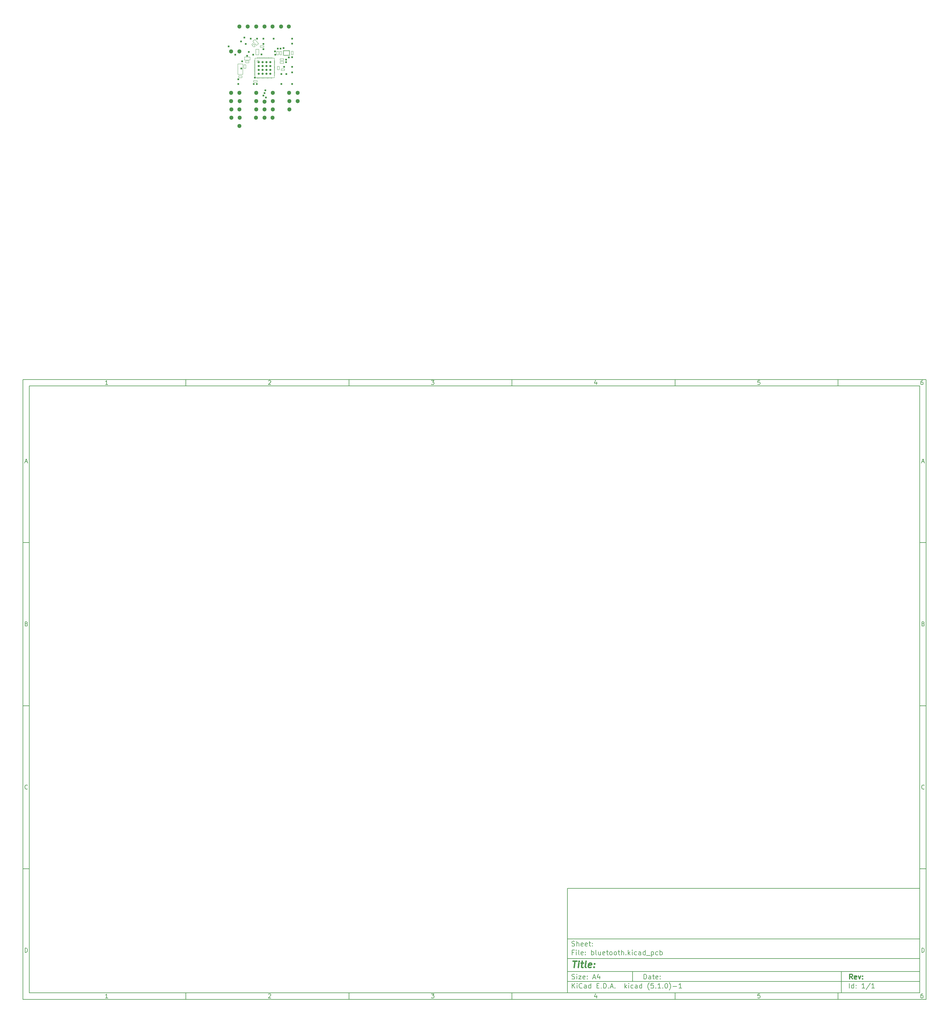
<source format=gbr>
G04 #@! TF.GenerationSoftware,KiCad,Pcbnew,(5.1.0)-1*
G04 #@! TF.CreationDate,2019-07-07T14:12:53+03:00*
G04 #@! TF.ProjectId,bluetooth,626c7565-746f-46f7-9468-2e6b69636164,rev?*
G04 #@! TF.SameCoordinates,Original*
G04 #@! TF.FileFunction,Copper,L8,Inr*
G04 #@! TF.FilePolarity,Positive*
%FSLAX46Y46*%
G04 Gerber Fmt 4.6, Leading zero omitted, Abs format (unit mm)*
G04 Created by KiCad (PCBNEW (5.1.0)-1) date 2019-07-07 14:12:53*
%MOMM*%
%LPD*%
G04 APERTURE LIST*
%ADD10C,0.100000*%
%ADD11C,0.150000*%
%ADD12C,0.300000*%
%ADD13C,0.400000*%
G04 #@! TA.AperFunction,ViaPad*
%ADD14C,1.300000*%
G04 #@! TD*
G04 #@! TA.AperFunction,ViaPad*
%ADD15C,0.609600*%
G04 #@! TD*
G04 #@! TA.AperFunction,ViaPad*
%ADD16C,0.660000*%
G04 #@! TD*
G04 #@! TA.AperFunction,Conductor*
%ADD17C,0.100000*%
G04 #@! TD*
G04 APERTURE END LIST*
D10*
D11*
X177002200Y-166007200D02*
X177002200Y-198007200D01*
X285002200Y-198007200D01*
X285002200Y-166007200D01*
X177002200Y-166007200D01*
D10*
D11*
X10000000Y-10000000D02*
X10000000Y-200007200D01*
X287002200Y-200007200D01*
X287002200Y-10000000D01*
X10000000Y-10000000D01*
D10*
D11*
X12000000Y-12000000D02*
X12000000Y-198007200D01*
X285002200Y-198007200D01*
X285002200Y-12000000D01*
X12000000Y-12000000D01*
D10*
D11*
X60000000Y-12000000D02*
X60000000Y-10000000D01*
D10*
D11*
X110000000Y-12000000D02*
X110000000Y-10000000D01*
D10*
D11*
X160000000Y-12000000D02*
X160000000Y-10000000D01*
D10*
D11*
X210000000Y-12000000D02*
X210000000Y-10000000D01*
D10*
D11*
X260000000Y-12000000D02*
X260000000Y-10000000D01*
D10*
D11*
X36065476Y-11588095D02*
X35322619Y-11588095D01*
X35694047Y-11588095D02*
X35694047Y-10288095D01*
X35570238Y-10473809D01*
X35446428Y-10597619D01*
X35322619Y-10659523D01*
D10*
D11*
X85322619Y-10411904D02*
X85384523Y-10350000D01*
X85508333Y-10288095D01*
X85817857Y-10288095D01*
X85941666Y-10350000D01*
X86003571Y-10411904D01*
X86065476Y-10535714D01*
X86065476Y-10659523D01*
X86003571Y-10845238D01*
X85260714Y-11588095D01*
X86065476Y-11588095D01*
D10*
D11*
X135260714Y-10288095D02*
X136065476Y-10288095D01*
X135632142Y-10783333D01*
X135817857Y-10783333D01*
X135941666Y-10845238D01*
X136003571Y-10907142D01*
X136065476Y-11030952D01*
X136065476Y-11340476D01*
X136003571Y-11464285D01*
X135941666Y-11526190D01*
X135817857Y-11588095D01*
X135446428Y-11588095D01*
X135322619Y-11526190D01*
X135260714Y-11464285D01*
D10*
D11*
X185941666Y-10721428D02*
X185941666Y-11588095D01*
X185632142Y-10226190D02*
X185322619Y-11154761D01*
X186127380Y-11154761D01*
D10*
D11*
X236003571Y-10288095D02*
X235384523Y-10288095D01*
X235322619Y-10907142D01*
X235384523Y-10845238D01*
X235508333Y-10783333D01*
X235817857Y-10783333D01*
X235941666Y-10845238D01*
X236003571Y-10907142D01*
X236065476Y-11030952D01*
X236065476Y-11340476D01*
X236003571Y-11464285D01*
X235941666Y-11526190D01*
X235817857Y-11588095D01*
X235508333Y-11588095D01*
X235384523Y-11526190D01*
X235322619Y-11464285D01*
D10*
D11*
X285941666Y-10288095D02*
X285694047Y-10288095D01*
X285570238Y-10350000D01*
X285508333Y-10411904D01*
X285384523Y-10597619D01*
X285322619Y-10845238D01*
X285322619Y-11340476D01*
X285384523Y-11464285D01*
X285446428Y-11526190D01*
X285570238Y-11588095D01*
X285817857Y-11588095D01*
X285941666Y-11526190D01*
X286003571Y-11464285D01*
X286065476Y-11340476D01*
X286065476Y-11030952D01*
X286003571Y-10907142D01*
X285941666Y-10845238D01*
X285817857Y-10783333D01*
X285570238Y-10783333D01*
X285446428Y-10845238D01*
X285384523Y-10907142D01*
X285322619Y-11030952D01*
D10*
D11*
X60000000Y-198007200D02*
X60000000Y-200007200D01*
D10*
D11*
X110000000Y-198007200D02*
X110000000Y-200007200D01*
D10*
D11*
X160000000Y-198007200D02*
X160000000Y-200007200D01*
D10*
D11*
X210000000Y-198007200D02*
X210000000Y-200007200D01*
D10*
D11*
X260000000Y-198007200D02*
X260000000Y-200007200D01*
D10*
D11*
X36065476Y-199595295D02*
X35322619Y-199595295D01*
X35694047Y-199595295D02*
X35694047Y-198295295D01*
X35570238Y-198481009D01*
X35446428Y-198604819D01*
X35322619Y-198666723D01*
D10*
D11*
X85322619Y-198419104D02*
X85384523Y-198357200D01*
X85508333Y-198295295D01*
X85817857Y-198295295D01*
X85941666Y-198357200D01*
X86003571Y-198419104D01*
X86065476Y-198542914D01*
X86065476Y-198666723D01*
X86003571Y-198852438D01*
X85260714Y-199595295D01*
X86065476Y-199595295D01*
D10*
D11*
X135260714Y-198295295D02*
X136065476Y-198295295D01*
X135632142Y-198790533D01*
X135817857Y-198790533D01*
X135941666Y-198852438D01*
X136003571Y-198914342D01*
X136065476Y-199038152D01*
X136065476Y-199347676D01*
X136003571Y-199471485D01*
X135941666Y-199533390D01*
X135817857Y-199595295D01*
X135446428Y-199595295D01*
X135322619Y-199533390D01*
X135260714Y-199471485D01*
D10*
D11*
X185941666Y-198728628D02*
X185941666Y-199595295D01*
X185632142Y-198233390D02*
X185322619Y-199161961D01*
X186127380Y-199161961D01*
D10*
D11*
X236003571Y-198295295D02*
X235384523Y-198295295D01*
X235322619Y-198914342D01*
X235384523Y-198852438D01*
X235508333Y-198790533D01*
X235817857Y-198790533D01*
X235941666Y-198852438D01*
X236003571Y-198914342D01*
X236065476Y-199038152D01*
X236065476Y-199347676D01*
X236003571Y-199471485D01*
X235941666Y-199533390D01*
X235817857Y-199595295D01*
X235508333Y-199595295D01*
X235384523Y-199533390D01*
X235322619Y-199471485D01*
D10*
D11*
X285941666Y-198295295D02*
X285694047Y-198295295D01*
X285570238Y-198357200D01*
X285508333Y-198419104D01*
X285384523Y-198604819D01*
X285322619Y-198852438D01*
X285322619Y-199347676D01*
X285384523Y-199471485D01*
X285446428Y-199533390D01*
X285570238Y-199595295D01*
X285817857Y-199595295D01*
X285941666Y-199533390D01*
X286003571Y-199471485D01*
X286065476Y-199347676D01*
X286065476Y-199038152D01*
X286003571Y-198914342D01*
X285941666Y-198852438D01*
X285817857Y-198790533D01*
X285570238Y-198790533D01*
X285446428Y-198852438D01*
X285384523Y-198914342D01*
X285322619Y-199038152D01*
D10*
D11*
X10000000Y-60000000D02*
X12000000Y-60000000D01*
D10*
D11*
X10000000Y-110000000D02*
X12000000Y-110000000D01*
D10*
D11*
X10000000Y-160000000D02*
X12000000Y-160000000D01*
D10*
D11*
X10690476Y-35216666D02*
X11309523Y-35216666D01*
X10566666Y-35588095D02*
X11000000Y-34288095D01*
X11433333Y-35588095D01*
D10*
D11*
X11092857Y-84907142D02*
X11278571Y-84969047D01*
X11340476Y-85030952D01*
X11402380Y-85154761D01*
X11402380Y-85340476D01*
X11340476Y-85464285D01*
X11278571Y-85526190D01*
X11154761Y-85588095D01*
X10659523Y-85588095D01*
X10659523Y-84288095D01*
X11092857Y-84288095D01*
X11216666Y-84350000D01*
X11278571Y-84411904D01*
X11340476Y-84535714D01*
X11340476Y-84659523D01*
X11278571Y-84783333D01*
X11216666Y-84845238D01*
X11092857Y-84907142D01*
X10659523Y-84907142D01*
D10*
D11*
X11402380Y-135464285D02*
X11340476Y-135526190D01*
X11154761Y-135588095D01*
X11030952Y-135588095D01*
X10845238Y-135526190D01*
X10721428Y-135402380D01*
X10659523Y-135278571D01*
X10597619Y-135030952D01*
X10597619Y-134845238D01*
X10659523Y-134597619D01*
X10721428Y-134473809D01*
X10845238Y-134350000D01*
X11030952Y-134288095D01*
X11154761Y-134288095D01*
X11340476Y-134350000D01*
X11402380Y-134411904D01*
D10*
D11*
X10659523Y-185588095D02*
X10659523Y-184288095D01*
X10969047Y-184288095D01*
X11154761Y-184350000D01*
X11278571Y-184473809D01*
X11340476Y-184597619D01*
X11402380Y-184845238D01*
X11402380Y-185030952D01*
X11340476Y-185278571D01*
X11278571Y-185402380D01*
X11154761Y-185526190D01*
X10969047Y-185588095D01*
X10659523Y-185588095D01*
D10*
D11*
X287002200Y-60000000D02*
X285002200Y-60000000D01*
D10*
D11*
X287002200Y-110000000D02*
X285002200Y-110000000D01*
D10*
D11*
X287002200Y-160000000D02*
X285002200Y-160000000D01*
D10*
D11*
X285692676Y-35216666D02*
X286311723Y-35216666D01*
X285568866Y-35588095D02*
X286002200Y-34288095D01*
X286435533Y-35588095D01*
D10*
D11*
X286095057Y-84907142D02*
X286280771Y-84969047D01*
X286342676Y-85030952D01*
X286404580Y-85154761D01*
X286404580Y-85340476D01*
X286342676Y-85464285D01*
X286280771Y-85526190D01*
X286156961Y-85588095D01*
X285661723Y-85588095D01*
X285661723Y-84288095D01*
X286095057Y-84288095D01*
X286218866Y-84350000D01*
X286280771Y-84411904D01*
X286342676Y-84535714D01*
X286342676Y-84659523D01*
X286280771Y-84783333D01*
X286218866Y-84845238D01*
X286095057Y-84907142D01*
X285661723Y-84907142D01*
D10*
D11*
X286404580Y-135464285D02*
X286342676Y-135526190D01*
X286156961Y-135588095D01*
X286033152Y-135588095D01*
X285847438Y-135526190D01*
X285723628Y-135402380D01*
X285661723Y-135278571D01*
X285599819Y-135030952D01*
X285599819Y-134845238D01*
X285661723Y-134597619D01*
X285723628Y-134473809D01*
X285847438Y-134350000D01*
X286033152Y-134288095D01*
X286156961Y-134288095D01*
X286342676Y-134350000D01*
X286404580Y-134411904D01*
D10*
D11*
X285661723Y-185588095D02*
X285661723Y-184288095D01*
X285971247Y-184288095D01*
X286156961Y-184350000D01*
X286280771Y-184473809D01*
X286342676Y-184597619D01*
X286404580Y-184845238D01*
X286404580Y-185030952D01*
X286342676Y-185278571D01*
X286280771Y-185402380D01*
X286156961Y-185526190D01*
X285971247Y-185588095D01*
X285661723Y-185588095D01*
D10*
D11*
X200434342Y-193785771D02*
X200434342Y-192285771D01*
X200791485Y-192285771D01*
X201005771Y-192357200D01*
X201148628Y-192500057D01*
X201220057Y-192642914D01*
X201291485Y-192928628D01*
X201291485Y-193142914D01*
X201220057Y-193428628D01*
X201148628Y-193571485D01*
X201005771Y-193714342D01*
X200791485Y-193785771D01*
X200434342Y-193785771D01*
X202577200Y-193785771D02*
X202577200Y-193000057D01*
X202505771Y-192857200D01*
X202362914Y-192785771D01*
X202077200Y-192785771D01*
X201934342Y-192857200D01*
X202577200Y-193714342D02*
X202434342Y-193785771D01*
X202077200Y-193785771D01*
X201934342Y-193714342D01*
X201862914Y-193571485D01*
X201862914Y-193428628D01*
X201934342Y-193285771D01*
X202077200Y-193214342D01*
X202434342Y-193214342D01*
X202577200Y-193142914D01*
X203077200Y-192785771D02*
X203648628Y-192785771D01*
X203291485Y-192285771D02*
X203291485Y-193571485D01*
X203362914Y-193714342D01*
X203505771Y-193785771D01*
X203648628Y-193785771D01*
X204720057Y-193714342D02*
X204577200Y-193785771D01*
X204291485Y-193785771D01*
X204148628Y-193714342D01*
X204077200Y-193571485D01*
X204077200Y-193000057D01*
X204148628Y-192857200D01*
X204291485Y-192785771D01*
X204577200Y-192785771D01*
X204720057Y-192857200D01*
X204791485Y-193000057D01*
X204791485Y-193142914D01*
X204077200Y-193285771D01*
X205434342Y-193642914D02*
X205505771Y-193714342D01*
X205434342Y-193785771D01*
X205362914Y-193714342D01*
X205434342Y-193642914D01*
X205434342Y-193785771D01*
X205434342Y-192857200D02*
X205505771Y-192928628D01*
X205434342Y-193000057D01*
X205362914Y-192928628D01*
X205434342Y-192857200D01*
X205434342Y-193000057D01*
D10*
D11*
X177002200Y-194507200D02*
X285002200Y-194507200D01*
D10*
D11*
X178434342Y-196585771D02*
X178434342Y-195085771D01*
X179291485Y-196585771D02*
X178648628Y-195728628D01*
X179291485Y-195085771D02*
X178434342Y-195942914D01*
X179934342Y-196585771D02*
X179934342Y-195585771D01*
X179934342Y-195085771D02*
X179862914Y-195157200D01*
X179934342Y-195228628D01*
X180005771Y-195157200D01*
X179934342Y-195085771D01*
X179934342Y-195228628D01*
X181505771Y-196442914D02*
X181434342Y-196514342D01*
X181220057Y-196585771D01*
X181077200Y-196585771D01*
X180862914Y-196514342D01*
X180720057Y-196371485D01*
X180648628Y-196228628D01*
X180577200Y-195942914D01*
X180577200Y-195728628D01*
X180648628Y-195442914D01*
X180720057Y-195300057D01*
X180862914Y-195157200D01*
X181077200Y-195085771D01*
X181220057Y-195085771D01*
X181434342Y-195157200D01*
X181505771Y-195228628D01*
X182791485Y-196585771D02*
X182791485Y-195800057D01*
X182720057Y-195657200D01*
X182577200Y-195585771D01*
X182291485Y-195585771D01*
X182148628Y-195657200D01*
X182791485Y-196514342D02*
X182648628Y-196585771D01*
X182291485Y-196585771D01*
X182148628Y-196514342D01*
X182077200Y-196371485D01*
X182077200Y-196228628D01*
X182148628Y-196085771D01*
X182291485Y-196014342D01*
X182648628Y-196014342D01*
X182791485Y-195942914D01*
X184148628Y-196585771D02*
X184148628Y-195085771D01*
X184148628Y-196514342D02*
X184005771Y-196585771D01*
X183720057Y-196585771D01*
X183577200Y-196514342D01*
X183505771Y-196442914D01*
X183434342Y-196300057D01*
X183434342Y-195871485D01*
X183505771Y-195728628D01*
X183577200Y-195657200D01*
X183720057Y-195585771D01*
X184005771Y-195585771D01*
X184148628Y-195657200D01*
X186005771Y-195800057D02*
X186505771Y-195800057D01*
X186720057Y-196585771D02*
X186005771Y-196585771D01*
X186005771Y-195085771D01*
X186720057Y-195085771D01*
X187362914Y-196442914D02*
X187434342Y-196514342D01*
X187362914Y-196585771D01*
X187291485Y-196514342D01*
X187362914Y-196442914D01*
X187362914Y-196585771D01*
X188077200Y-196585771D02*
X188077200Y-195085771D01*
X188434342Y-195085771D01*
X188648628Y-195157200D01*
X188791485Y-195300057D01*
X188862914Y-195442914D01*
X188934342Y-195728628D01*
X188934342Y-195942914D01*
X188862914Y-196228628D01*
X188791485Y-196371485D01*
X188648628Y-196514342D01*
X188434342Y-196585771D01*
X188077200Y-196585771D01*
X189577200Y-196442914D02*
X189648628Y-196514342D01*
X189577200Y-196585771D01*
X189505771Y-196514342D01*
X189577200Y-196442914D01*
X189577200Y-196585771D01*
X190220057Y-196157200D02*
X190934342Y-196157200D01*
X190077200Y-196585771D02*
X190577200Y-195085771D01*
X191077200Y-196585771D01*
X191577200Y-196442914D02*
X191648628Y-196514342D01*
X191577200Y-196585771D01*
X191505771Y-196514342D01*
X191577200Y-196442914D01*
X191577200Y-196585771D01*
X194577200Y-196585771D02*
X194577200Y-195085771D01*
X194720057Y-196014342D02*
X195148628Y-196585771D01*
X195148628Y-195585771D02*
X194577200Y-196157200D01*
X195791485Y-196585771D02*
X195791485Y-195585771D01*
X195791485Y-195085771D02*
X195720057Y-195157200D01*
X195791485Y-195228628D01*
X195862914Y-195157200D01*
X195791485Y-195085771D01*
X195791485Y-195228628D01*
X197148628Y-196514342D02*
X197005771Y-196585771D01*
X196720057Y-196585771D01*
X196577200Y-196514342D01*
X196505771Y-196442914D01*
X196434342Y-196300057D01*
X196434342Y-195871485D01*
X196505771Y-195728628D01*
X196577200Y-195657200D01*
X196720057Y-195585771D01*
X197005771Y-195585771D01*
X197148628Y-195657200D01*
X198434342Y-196585771D02*
X198434342Y-195800057D01*
X198362914Y-195657200D01*
X198220057Y-195585771D01*
X197934342Y-195585771D01*
X197791485Y-195657200D01*
X198434342Y-196514342D02*
X198291485Y-196585771D01*
X197934342Y-196585771D01*
X197791485Y-196514342D01*
X197720057Y-196371485D01*
X197720057Y-196228628D01*
X197791485Y-196085771D01*
X197934342Y-196014342D01*
X198291485Y-196014342D01*
X198434342Y-195942914D01*
X199791485Y-196585771D02*
X199791485Y-195085771D01*
X199791485Y-196514342D02*
X199648628Y-196585771D01*
X199362914Y-196585771D01*
X199220057Y-196514342D01*
X199148628Y-196442914D01*
X199077200Y-196300057D01*
X199077200Y-195871485D01*
X199148628Y-195728628D01*
X199220057Y-195657200D01*
X199362914Y-195585771D01*
X199648628Y-195585771D01*
X199791485Y-195657200D01*
X202077200Y-197157200D02*
X202005771Y-197085771D01*
X201862914Y-196871485D01*
X201791485Y-196728628D01*
X201720057Y-196514342D01*
X201648628Y-196157200D01*
X201648628Y-195871485D01*
X201720057Y-195514342D01*
X201791485Y-195300057D01*
X201862914Y-195157200D01*
X202005771Y-194942914D01*
X202077200Y-194871485D01*
X203362914Y-195085771D02*
X202648628Y-195085771D01*
X202577200Y-195800057D01*
X202648628Y-195728628D01*
X202791485Y-195657200D01*
X203148628Y-195657200D01*
X203291485Y-195728628D01*
X203362914Y-195800057D01*
X203434342Y-195942914D01*
X203434342Y-196300057D01*
X203362914Y-196442914D01*
X203291485Y-196514342D01*
X203148628Y-196585771D01*
X202791485Y-196585771D01*
X202648628Y-196514342D01*
X202577200Y-196442914D01*
X204077200Y-196442914D02*
X204148628Y-196514342D01*
X204077200Y-196585771D01*
X204005771Y-196514342D01*
X204077200Y-196442914D01*
X204077200Y-196585771D01*
X205577200Y-196585771D02*
X204720057Y-196585771D01*
X205148628Y-196585771D02*
X205148628Y-195085771D01*
X205005771Y-195300057D01*
X204862914Y-195442914D01*
X204720057Y-195514342D01*
X206220057Y-196442914D02*
X206291485Y-196514342D01*
X206220057Y-196585771D01*
X206148628Y-196514342D01*
X206220057Y-196442914D01*
X206220057Y-196585771D01*
X207220057Y-195085771D02*
X207362914Y-195085771D01*
X207505771Y-195157200D01*
X207577200Y-195228628D01*
X207648628Y-195371485D01*
X207720057Y-195657200D01*
X207720057Y-196014342D01*
X207648628Y-196300057D01*
X207577200Y-196442914D01*
X207505771Y-196514342D01*
X207362914Y-196585771D01*
X207220057Y-196585771D01*
X207077200Y-196514342D01*
X207005771Y-196442914D01*
X206934342Y-196300057D01*
X206862914Y-196014342D01*
X206862914Y-195657200D01*
X206934342Y-195371485D01*
X207005771Y-195228628D01*
X207077200Y-195157200D01*
X207220057Y-195085771D01*
X208220057Y-197157200D02*
X208291485Y-197085771D01*
X208434342Y-196871485D01*
X208505771Y-196728628D01*
X208577200Y-196514342D01*
X208648628Y-196157200D01*
X208648628Y-195871485D01*
X208577200Y-195514342D01*
X208505771Y-195300057D01*
X208434342Y-195157200D01*
X208291485Y-194942914D01*
X208220057Y-194871485D01*
X209362914Y-196014342D02*
X210505771Y-196014342D01*
X212005771Y-196585771D02*
X211148628Y-196585771D01*
X211577200Y-196585771D02*
X211577200Y-195085771D01*
X211434342Y-195300057D01*
X211291485Y-195442914D01*
X211148628Y-195514342D01*
D10*
D11*
X177002200Y-191507200D02*
X285002200Y-191507200D01*
D10*
D12*
X264411485Y-193785771D02*
X263911485Y-193071485D01*
X263554342Y-193785771D02*
X263554342Y-192285771D01*
X264125771Y-192285771D01*
X264268628Y-192357200D01*
X264340057Y-192428628D01*
X264411485Y-192571485D01*
X264411485Y-192785771D01*
X264340057Y-192928628D01*
X264268628Y-193000057D01*
X264125771Y-193071485D01*
X263554342Y-193071485D01*
X265625771Y-193714342D02*
X265482914Y-193785771D01*
X265197200Y-193785771D01*
X265054342Y-193714342D01*
X264982914Y-193571485D01*
X264982914Y-193000057D01*
X265054342Y-192857200D01*
X265197200Y-192785771D01*
X265482914Y-192785771D01*
X265625771Y-192857200D01*
X265697200Y-193000057D01*
X265697200Y-193142914D01*
X264982914Y-193285771D01*
X266197200Y-192785771D02*
X266554342Y-193785771D01*
X266911485Y-192785771D01*
X267482914Y-193642914D02*
X267554342Y-193714342D01*
X267482914Y-193785771D01*
X267411485Y-193714342D01*
X267482914Y-193642914D01*
X267482914Y-193785771D01*
X267482914Y-192857200D02*
X267554342Y-192928628D01*
X267482914Y-193000057D01*
X267411485Y-192928628D01*
X267482914Y-192857200D01*
X267482914Y-193000057D01*
D10*
D11*
X178362914Y-193714342D02*
X178577200Y-193785771D01*
X178934342Y-193785771D01*
X179077200Y-193714342D01*
X179148628Y-193642914D01*
X179220057Y-193500057D01*
X179220057Y-193357200D01*
X179148628Y-193214342D01*
X179077200Y-193142914D01*
X178934342Y-193071485D01*
X178648628Y-193000057D01*
X178505771Y-192928628D01*
X178434342Y-192857200D01*
X178362914Y-192714342D01*
X178362914Y-192571485D01*
X178434342Y-192428628D01*
X178505771Y-192357200D01*
X178648628Y-192285771D01*
X179005771Y-192285771D01*
X179220057Y-192357200D01*
X179862914Y-193785771D02*
X179862914Y-192785771D01*
X179862914Y-192285771D02*
X179791485Y-192357200D01*
X179862914Y-192428628D01*
X179934342Y-192357200D01*
X179862914Y-192285771D01*
X179862914Y-192428628D01*
X180434342Y-192785771D02*
X181220057Y-192785771D01*
X180434342Y-193785771D01*
X181220057Y-193785771D01*
X182362914Y-193714342D02*
X182220057Y-193785771D01*
X181934342Y-193785771D01*
X181791485Y-193714342D01*
X181720057Y-193571485D01*
X181720057Y-193000057D01*
X181791485Y-192857200D01*
X181934342Y-192785771D01*
X182220057Y-192785771D01*
X182362914Y-192857200D01*
X182434342Y-193000057D01*
X182434342Y-193142914D01*
X181720057Y-193285771D01*
X183077200Y-193642914D02*
X183148628Y-193714342D01*
X183077200Y-193785771D01*
X183005771Y-193714342D01*
X183077200Y-193642914D01*
X183077200Y-193785771D01*
X183077200Y-192857200D02*
X183148628Y-192928628D01*
X183077200Y-193000057D01*
X183005771Y-192928628D01*
X183077200Y-192857200D01*
X183077200Y-193000057D01*
X184862914Y-193357200D02*
X185577200Y-193357200D01*
X184720057Y-193785771D02*
X185220057Y-192285771D01*
X185720057Y-193785771D01*
X186862914Y-192785771D02*
X186862914Y-193785771D01*
X186505771Y-192214342D02*
X186148628Y-193285771D01*
X187077200Y-193285771D01*
D10*
D11*
X263434342Y-196585771D02*
X263434342Y-195085771D01*
X264791485Y-196585771D02*
X264791485Y-195085771D01*
X264791485Y-196514342D02*
X264648628Y-196585771D01*
X264362914Y-196585771D01*
X264220057Y-196514342D01*
X264148628Y-196442914D01*
X264077200Y-196300057D01*
X264077200Y-195871485D01*
X264148628Y-195728628D01*
X264220057Y-195657200D01*
X264362914Y-195585771D01*
X264648628Y-195585771D01*
X264791485Y-195657200D01*
X265505771Y-196442914D02*
X265577200Y-196514342D01*
X265505771Y-196585771D01*
X265434342Y-196514342D01*
X265505771Y-196442914D01*
X265505771Y-196585771D01*
X265505771Y-195657200D02*
X265577200Y-195728628D01*
X265505771Y-195800057D01*
X265434342Y-195728628D01*
X265505771Y-195657200D01*
X265505771Y-195800057D01*
X268148628Y-196585771D02*
X267291485Y-196585771D01*
X267720057Y-196585771D02*
X267720057Y-195085771D01*
X267577200Y-195300057D01*
X267434342Y-195442914D01*
X267291485Y-195514342D01*
X269862914Y-195014342D02*
X268577200Y-196942914D01*
X271148628Y-196585771D02*
X270291485Y-196585771D01*
X270720057Y-196585771D02*
X270720057Y-195085771D01*
X270577200Y-195300057D01*
X270434342Y-195442914D01*
X270291485Y-195514342D01*
D10*
D11*
X177002200Y-187507200D02*
X285002200Y-187507200D01*
D10*
D13*
X178714580Y-188211961D02*
X179857438Y-188211961D01*
X179036009Y-190211961D02*
X179286009Y-188211961D01*
X180274104Y-190211961D02*
X180440771Y-188878628D01*
X180524104Y-188211961D02*
X180416961Y-188307200D01*
X180500295Y-188402438D01*
X180607438Y-188307200D01*
X180524104Y-188211961D01*
X180500295Y-188402438D01*
X181107438Y-188878628D02*
X181869342Y-188878628D01*
X181476485Y-188211961D02*
X181262200Y-189926247D01*
X181333628Y-190116723D01*
X181512200Y-190211961D01*
X181702676Y-190211961D01*
X182655057Y-190211961D02*
X182476485Y-190116723D01*
X182405057Y-189926247D01*
X182619342Y-188211961D01*
X184190771Y-190116723D02*
X183988390Y-190211961D01*
X183607438Y-190211961D01*
X183428866Y-190116723D01*
X183357438Y-189926247D01*
X183452676Y-189164342D01*
X183571723Y-188973866D01*
X183774104Y-188878628D01*
X184155057Y-188878628D01*
X184333628Y-188973866D01*
X184405057Y-189164342D01*
X184381247Y-189354819D01*
X183405057Y-189545295D01*
X185155057Y-190021485D02*
X185238390Y-190116723D01*
X185131247Y-190211961D01*
X185047914Y-190116723D01*
X185155057Y-190021485D01*
X185131247Y-190211961D01*
X185286009Y-188973866D02*
X185369342Y-189069104D01*
X185262200Y-189164342D01*
X185178866Y-189069104D01*
X185286009Y-188973866D01*
X185262200Y-189164342D01*
D10*
D11*
X178934342Y-185600057D02*
X178434342Y-185600057D01*
X178434342Y-186385771D02*
X178434342Y-184885771D01*
X179148628Y-184885771D01*
X179720057Y-186385771D02*
X179720057Y-185385771D01*
X179720057Y-184885771D02*
X179648628Y-184957200D01*
X179720057Y-185028628D01*
X179791485Y-184957200D01*
X179720057Y-184885771D01*
X179720057Y-185028628D01*
X180648628Y-186385771D02*
X180505771Y-186314342D01*
X180434342Y-186171485D01*
X180434342Y-184885771D01*
X181791485Y-186314342D02*
X181648628Y-186385771D01*
X181362914Y-186385771D01*
X181220057Y-186314342D01*
X181148628Y-186171485D01*
X181148628Y-185600057D01*
X181220057Y-185457200D01*
X181362914Y-185385771D01*
X181648628Y-185385771D01*
X181791485Y-185457200D01*
X181862914Y-185600057D01*
X181862914Y-185742914D01*
X181148628Y-185885771D01*
X182505771Y-186242914D02*
X182577200Y-186314342D01*
X182505771Y-186385771D01*
X182434342Y-186314342D01*
X182505771Y-186242914D01*
X182505771Y-186385771D01*
X182505771Y-185457200D02*
X182577200Y-185528628D01*
X182505771Y-185600057D01*
X182434342Y-185528628D01*
X182505771Y-185457200D01*
X182505771Y-185600057D01*
X184362914Y-186385771D02*
X184362914Y-184885771D01*
X184362914Y-185457200D02*
X184505771Y-185385771D01*
X184791485Y-185385771D01*
X184934342Y-185457200D01*
X185005771Y-185528628D01*
X185077200Y-185671485D01*
X185077200Y-186100057D01*
X185005771Y-186242914D01*
X184934342Y-186314342D01*
X184791485Y-186385771D01*
X184505771Y-186385771D01*
X184362914Y-186314342D01*
X185934342Y-186385771D02*
X185791485Y-186314342D01*
X185720057Y-186171485D01*
X185720057Y-184885771D01*
X187148628Y-185385771D02*
X187148628Y-186385771D01*
X186505771Y-185385771D02*
X186505771Y-186171485D01*
X186577200Y-186314342D01*
X186720057Y-186385771D01*
X186934342Y-186385771D01*
X187077200Y-186314342D01*
X187148628Y-186242914D01*
X188434342Y-186314342D02*
X188291485Y-186385771D01*
X188005771Y-186385771D01*
X187862914Y-186314342D01*
X187791485Y-186171485D01*
X187791485Y-185600057D01*
X187862914Y-185457200D01*
X188005771Y-185385771D01*
X188291485Y-185385771D01*
X188434342Y-185457200D01*
X188505771Y-185600057D01*
X188505771Y-185742914D01*
X187791485Y-185885771D01*
X188934342Y-185385771D02*
X189505771Y-185385771D01*
X189148628Y-184885771D02*
X189148628Y-186171485D01*
X189220057Y-186314342D01*
X189362914Y-186385771D01*
X189505771Y-186385771D01*
X190220057Y-186385771D02*
X190077200Y-186314342D01*
X190005771Y-186242914D01*
X189934342Y-186100057D01*
X189934342Y-185671485D01*
X190005771Y-185528628D01*
X190077200Y-185457200D01*
X190220057Y-185385771D01*
X190434342Y-185385771D01*
X190577200Y-185457200D01*
X190648628Y-185528628D01*
X190720057Y-185671485D01*
X190720057Y-186100057D01*
X190648628Y-186242914D01*
X190577200Y-186314342D01*
X190434342Y-186385771D01*
X190220057Y-186385771D01*
X191577200Y-186385771D02*
X191434342Y-186314342D01*
X191362914Y-186242914D01*
X191291485Y-186100057D01*
X191291485Y-185671485D01*
X191362914Y-185528628D01*
X191434342Y-185457200D01*
X191577200Y-185385771D01*
X191791485Y-185385771D01*
X191934342Y-185457200D01*
X192005771Y-185528628D01*
X192077200Y-185671485D01*
X192077200Y-186100057D01*
X192005771Y-186242914D01*
X191934342Y-186314342D01*
X191791485Y-186385771D01*
X191577200Y-186385771D01*
X192505771Y-185385771D02*
X193077200Y-185385771D01*
X192720057Y-184885771D02*
X192720057Y-186171485D01*
X192791485Y-186314342D01*
X192934342Y-186385771D01*
X193077200Y-186385771D01*
X193577200Y-186385771D02*
X193577200Y-184885771D01*
X194220057Y-186385771D02*
X194220057Y-185600057D01*
X194148628Y-185457200D01*
X194005771Y-185385771D01*
X193791485Y-185385771D01*
X193648628Y-185457200D01*
X193577200Y-185528628D01*
X194934342Y-186242914D02*
X195005771Y-186314342D01*
X194934342Y-186385771D01*
X194862914Y-186314342D01*
X194934342Y-186242914D01*
X194934342Y-186385771D01*
X195648628Y-186385771D02*
X195648628Y-184885771D01*
X195791485Y-185814342D02*
X196220057Y-186385771D01*
X196220057Y-185385771D02*
X195648628Y-185957200D01*
X196862914Y-186385771D02*
X196862914Y-185385771D01*
X196862914Y-184885771D02*
X196791485Y-184957200D01*
X196862914Y-185028628D01*
X196934342Y-184957200D01*
X196862914Y-184885771D01*
X196862914Y-185028628D01*
X198220057Y-186314342D02*
X198077200Y-186385771D01*
X197791485Y-186385771D01*
X197648628Y-186314342D01*
X197577200Y-186242914D01*
X197505771Y-186100057D01*
X197505771Y-185671485D01*
X197577200Y-185528628D01*
X197648628Y-185457200D01*
X197791485Y-185385771D01*
X198077200Y-185385771D01*
X198220057Y-185457200D01*
X199505771Y-186385771D02*
X199505771Y-185600057D01*
X199434342Y-185457200D01*
X199291485Y-185385771D01*
X199005771Y-185385771D01*
X198862914Y-185457200D01*
X199505771Y-186314342D02*
X199362914Y-186385771D01*
X199005771Y-186385771D01*
X198862914Y-186314342D01*
X198791485Y-186171485D01*
X198791485Y-186028628D01*
X198862914Y-185885771D01*
X199005771Y-185814342D01*
X199362914Y-185814342D01*
X199505771Y-185742914D01*
X200862914Y-186385771D02*
X200862914Y-184885771D01*
X200862914Y-186314342D02*
X200720057Y-186385771D01*
X200434342Y-186385771D01*
X200291485Y-186314342D01*
X200220057Y-186242914D01*
X200148628Y-186100057D01*
X200148628Y-185671485D01*
X200220057Y-185528628D01*
X200291485Y-185457200D01*
X200434342Y-185385771D01*
X200720057Y-185385771D01*
X200862914Y-185457200D01*
X201220057Y-186528628D02*
X202362914Y-186528628D01*
X202720057Y-185385771D02*
X202720057Y-186885771D01*
X202720057Y-185457200D02*
X202862914Y-185385771D01*
X203148628Y-185385771D01*
X203291485Y-185457200D01*
X203362914Y-185528628D01*
X203434342Y-185671485D01*
X203434342Y-186100057D01*
X203362914Y-186242914D01*
X203291485Y-186314342D01*
X203148628Y-186385771D01*
X202862914Y-186385771D01*
X202720057Y-186314342D01*
X204720057Y-186314342D02*
X204577200Y-186385771D01*
X204291485Y-186385771D01*
X204148628Y-186314342D01*
X204077200Y-186242914D01*
X204005771Y-186100057D01*
X204005771Y-185671485D01*
X204077200Y-185528628D01*
X204148628Y-185457200D01*
X204291485Y-185385771D01*
X204577200Y-185385771D01*
X204720057Y-185457200D01*
X205362914Y-186385771D02*
X205362914Y-184885771D01*
X205362914Y-185457200D02*
X205505771Y-185385771D01*
X205791485Y-185385771D01*
X205934342Y-185457200D01*
X206005771Y-185528628D01*
X206077200Y-185671485D01*
X206077200Y-186100057D01*
X206005771Y-186242914D01*
X205934342Y-186314342D01*
X205791485Y-186385771D01*
X205505771Y-186385771D01*
X205362914Y-186314342D01*
D10*
D11*
X177002200Y-181507200D02*
X285002200Y-181507200D01*
D10*
D11*
X178362914Y-183614342D02*
X178577200Y-183685771D01*
X178934342Y-183685771D01*
X179077200Y-183614342D01*
X179148628Y-183542914D01*
X179220057Y-183400057D01*
X179220057Y-183257200D01*
X179148628Y-183114342D01*
X179077200Y-183042914D01*
X178934342Y-182971485D01*
X178648628Y-182900057D01*
X178505771Y-182828628D01*
X178434342Y-182757200D01*
X178362914Y-182614342D01*
X178362914Y-182471485D01*
X178434342Y-182328628D01*
X178505771Y-182257200D01*
X178648628Y-182185771D01*
X179005771Y-182185771D01*
X179220057Y-182257200D01*
X179862914Y-183685771D02*
X179862914Y-182185771D01*
X180505771Y-183685771D02*
X180505771Y-182900057D01*
X180434342Y-182757200D01*
X180291485Y-182685771D01*
X180077200Y-182685771D01*
X179934342Y-182757200D01*
X179862914Y-182828628D01*
X181791485Y-183614342D02*
X181648628Y-183685771D01*
X181362914Y-183685771D01*
X181220057Y-183614342D01*
X181148628Y-183471485D01*
X181148628Y-182900057D01*
X181220057Y-182757200D01*
X181362914Y-182685771D01*
X181648628Y-182685771D01*
X181791485Y-182757200D01*
X181862914Y-182900057D01*
X181862914Y-183042914D01*
X181148628Y-183185771D01*
X183077200Y-183614342D02*
X182934342Y-183685771D01*
X182648628Y-183685771D01*
X182505771Y-183614342D01*
X182434342Y-183471485D01*
X182434342Y-182900057D01*
X182505771Y-182757200D01*
X182648628Y-182685771D01*
X182934342Y-182685771D01*
X183077200Y-182757200D01*
X183148628Y-182900057D01*
X183148628Y-183042914D01*
X182434342Y-183185771D01*
X183577200Y-182685771D02*
X184148628Y-182685771D01*
X183791485Y-182185771D02*
X183791485Y-183471485D01*
X183862914Y-183614342D01*
X184005771Y-183685771D01*
X184148628Y-183685771D01*
X184648628Y-183542914D02*
X184720057Y-183614342D01*
X184648628Y-183685771D01*
X184577200Y-183614342D01*
X184648628Y-183542914D01*
X184648628Y-183685771D01*
X184648628Y-182757200D02*
X184720057Y-182828628D01*
X184648628Y-182900057D01*
X184577200Y-182828628D01*
X184648628Y-182757200D01*
X184648628Y-182900057D01*
D10*
D11*
X197002200Y-191507200D02*
X197002200Y-194507200D01*
D10*
D11*
X261002200Y-191507200D02*
X261002200Y-198007200D01*
D10*
X85836820Y88562560D02*
G75*
G02X86027320Y88562560I95250J0D01*
G01*
X85436820Y88562560D02*
G75*
G02X85627320Y88562560I95250J0D01*
G01*
X85036820Y88562560D02*
G75*
G02X85227320Y88562560I95250J0D01*
G01*
X84636820Y88562570D02*
G75*
G02X84827320Y88562570I95250J0D01*
G01*
X84236820Y88562560D02*
G75*
G02X84427320Y88562560I95250J0D01*
G01*
X83836820Y88562570D02*
G75*
G02X84027320Y88562570I95250J0D01*
G01*
X83436820Y88562570D02*
G75*
G02X83627320Y88562570I95250J0D01*
G01*
X83036820Y88562570D02*
G75*
G02X83227320Y88562570I95250J0D01*
G01*
X82636820Y88562560D02*
G75*
G02X82827320Y88562560I95250J0D01*
G01*
X82236820Y88562560D02*
G75*
G02X82427320Y88562560I95250J0D01*
G01*
X81836820Y88562560D02*
G75*
G02X82027320Y88562560I95250J0D01*
G01*
X86236820Y88562560D02*
G75*
G02X86427320Y88562560I95250J0D01*
G01*
X87176880Y83760730D02*
G75*
G02X87176880Y83570230I0J-95250D01*
G01*
X87176880Y84160730D02*
G75*
G02X87176880Y83970230I0J-95250D01*
G01*
X87176880Y84560730D02*
G75*
G02X87176880Y84370230I0J-95250D01*
G01*
X87176880Y84960730D02*
G75*
G02X87176880Y84770230I0J-95250D01*
G01*
X87176880Y85360730D02*
G75*
G02X87176880Y85170230I0J-95250D01*
G01*
X87176880Y85760730D02*
G75*
G02X87176880Y85570230I0J-95250D01*
G01*
X87176880Y86160730D02*
G75*
G02X87176880Y85970230I0J-95250D01*
G01*
X87176880Y86560730D02*
G75*
G02X87176880Y86370230I0J-95250D01*
G01*
X87176880Y86960730D02*
G75*
G02X87176880Y86770230I0J-95250D01*
G01*
X87176880Y87360730D02*
G75*
G02X87176880Y87170230I0J-95250D01*
G01*
X87176880Y87760730D02*
G75*
G02X87176880Y87570230I0J-95250D01*
G01*
X87176880Y83360730D02*
G75*
G02X87176880Y83170230I0J-95250D01*
G01*
X82375050Y82420670D02*
G75*
G02X82184550Y82420670I-95250J0D01*
G01*
X82775050Y82420670D02*
G75*
G02X82584550Y82420670I-95250J0D01*
G01*
X83175050Y82420670D02*
G75*
G02X82984550Y82420670I-95250J0D01*
G01*
X83575050Y82420670D02*
G75*
G02X83384550Y82420670I-95250J0D01*
G01*
X83975050Y82420670D02*
G75*
G02X83784550Y82420670I-95250J0D01*
G01*
X84375050Y82420670D02*
G75*
G02X84184550Y82420670I-95250J0D01*
G01*
X84775050Y82420670D02*
G75*
G02X84584550Y82420670I-95250J0D01*
G01*
X85175050Y82420670D02*
G75*
G02X84984550Y82420670I-95250J0D01*
G01*
X85575050Y82420670D02*
G75*
G02X85384550Y82420670I-95250J0D01*
G01*
X85975050Y82420670D02*
G75*
G02X85784550Y82420670I-95250J0D01*
G01*
X86375050Y82420670D02*
G75*
G02X86184550Y82420670I-95250J0D01*
G01*
X81975050Y82420670D02*
G75*
G02X81784550Y82420670I-95250J0D01*
G01*
X82425730Y87491620D02*
G75*
G03X82425730Y87491620I-319790J0D01*
G01*
X81034990Y87622500D02*
G75*
G02X81034990Y87813000I0J95250D01*
G01*
X81034990Y83222510D02*
G75*
G02X81034990Y83413010I0J95250D01*
G01*
X81034990Y83622500D02*
G75*
G02X81034990Y83813000I0J95250D01*
G01*
X81034990Y84022500D02*
G75*
G02X81034990Y84213000I0J95250D01*
G01*
X81034990Y84422500D02*
G75*
G02X81034990Y84613000I0J95250D01*
G01*
X81034990Y84822500D02*
G75*
G02X81034990Y85013000I0J95250D01*
G01*
X81034990Y85222500D02*
G75*
G02X81034990Y85413000I0J95250D01*
G01*
X81034990Y85622500D02*
G75*
G02X81034990Y85813000I0J95250D01*
G01*
X81034990Y86022510D02*
G75*
G02X81034990Y86213010I0J95250D01*
G01*
X81034990Y86422500D02*
G75*
G02X81034990Y86613000I0J95250D01*
G01*
X81034990Y86822500D02*
G75*
G02X81034990Y87013000I0J95250D01*
G01*
X81034990Y87222510D02*
G75*
G02X81034990Y87413010I0J95250D01*
G01*
X91681370Y89519200D02*
G75*
G02X91581370Y89419200I-100000J0D01*
G01*
X90041370Y89419200D02*
G75*
G02X89941370Y89519200I0J100000D01*
G01*
X91581370Y90759200D02*
G75*
G02X91681370Y90659200I0J-100000D01*
G01*
X89941370Y90659200D02*
G75*
G02X90041370Y90759200I100000J0D01*
G01*
X91711370Y89289200D02*
G75*
G02X91811370Y89389200I100000J0D01*
G01*
X91811370Y90789200D02*
G75*
G02X91711370Y90889200I0J100000D01*
G01*
X89911370Y90889200D02*
G75*
G02X89811370Y90789200I-100000J0D01*
G01*
X89811370Y89389200D02*
G75*
G02X89911370Y89289200I0J-100000D01*
G01*
D14*
G04 #@! TO.N,Net-(U22-Pad1)*
G04 #@! TO.C,U22*
X86650000Y77830000D03*
G04 #@! TD*
G04 #@! TO.N,GND*
G04 #@! TO.C,U26*
X73890000Y90530000D03*
G04 #@! TD*
G04 #@! TO.N,N/C*
G04 #@! TO.C,U8*
X76430000Y90530000D03*
G04 #@! TD*
G04 #@! TO.N,N/C*
G04 #@! TO.C,U33*
X76430000Y77830000D03*
G04 #@! TD*
G04 #@! TO.N,N/C*
G04 #@! TO.C,U31*
X81510000Y70210000D03*
G04 #@! TD*
G04 #@! TO.N,N/C*
G04 #@! TO.C,U25*
X73950000Y72800000D03*
G04 #@! TD*
G04 #@! TO.N,N/C*
G04 #@! TO.C,U20*
X84110000Y72800000D03*
G04 #@! TD*
G04 #@! TO.N,N/C*
G04 #@! TO.C,U19*
X91670000Y77830000D03*
G04 #@! TD*
G04 #@! TO.N,Net-(U32-Pad1)*
G04 #@! TO.C,U32*
X73890000Y75290000D03*
G04 #@! TD*
G04 #@! TO.N,Net-(U30-Pad1)*
G04 #@! TO.C,U30*
X76430000Y72750000D03*
G04 #@! TD*
G04 #@! TO.N,Net-(U29-Pad1)*
G04 #@! TO.C,U29*
X73890000Y77830000D03*
G04 #@! TD*
G04 #@! TO.N,Net-(U28-Pad1)*
G04 #@! TO.C,U28*
X73950000Y70260000D03*
G04 #@! TD*
G04 #@! TO.N,Net-(U27-Pad1)*
G04 #@! TO.C,U27*
X84110000Y70260000D03*
G04 #@! TD*
G04 #@! TO.N,Net-(U24-Pad1)*
G04 #@! TO.C,U24*
X76430000Y67670000D03*
G04 #@! TD*
G04 #@! TO.N,Net-(U23-Pad1)*
G04 #@! TO.C,U23*
X86590000Y70210000D03*
G04 #@! TD*
G04 #@! TO.N,Net-(U22-Pad1)*
G04 #@! TO.C,U22*
X86650000Y75340000D03*
G04 #@! TD*
G04 #@! TO.N,Net-(U21-Pad1)*
G04 #@! TO.C,U21*
X76490000Y75340000D03*
G04 #@! TD*
G04 #@! TO.N,Net-(U18-Pad1)*
G04 #@! TO.C,U18*
X84140000Y75110000D03*
G04 #@! TD*
G04 #@! TO.N,Net-(U17-Pad1)*
G04 #@! TO.C,U17*
X81570000Y72800000D03*
G04 #@! TD*
G04 #@! TO.N,Net-(U16-Pad1)*
G04 #@! TO.C,U16*
X91730000Y75340000D03*
G04 #@! TD*
G04 #@! TO.N,Net-(U15-Pad1)*
G04 #@! TO.C,U15*
X94270000Y77880000D03*
G04 #@! TD*
G04 #@! TO.N,Net-(U14-Pad1)*
G04 #@! TO.C,U14*
X81570000Y77880000D03*
G04 #@! TD*
G04 #@! TO.N,Net-(U13-Pad1)*
G04 #@! TO.C,U13*
X86650000Y72800000D03*
G04 #@! TD*
G04 #@! TO.N,Net-(U12-Pad1)*
G04 #@! TO.C,U12*
X94270000Y75340000D03*
G04 #@! TD*
G04 #@! TO.N,Net-(U11-Pad1)*
G04 #@! TO.C,U11*
X81570000Y75340000D03*
G04 #@! TD*
G04 #@! TO.N,Net-(U10-Pad1)*
G04 #@! TO.C,U10*
X91730000Y72800000D03*
G04 #@! TD*
G04 #@! TO.N,Net-(U9-Pad1)*
G04 #@! TO.C,U9*
X76490000Y70260000D03*
G04 #@! TD*
G04 #@! TO.N,Net-(U7-Pad1)*
G04 #@! TO.C,U7*
X76430000Y98150000D03*
G04 #@! TD*
G04 #@! TO.N,Net-(U6-Pad1)*
G04 #@! TO.C,U6*
X84110000Y98200000D03*
G04 #@! TD*
G04 #@! TO.N,Net-(U5-Pad1)*
G04 #@! TO.C,U5*
X78970000Y98150000D03*
G04 #@! TD*
G04 #@! TO.N,Net-(U4-Pad1)*
G04 #@! TO.C,U4*
X86590000Y98150000D03*
G04 #@! TD*
G04 #@! TO.N,Net-(U3-Pad1)*
G04 #@! TO.C,U3*
X89190000Y98200000D03*
G04 #@! TD*
G04 #@! TO.N,Net-(U15-Pad1)*
G04 #@! TO.C,U2*
X81590000Y98150000D03*
G04 #@! TD*
G04 #@! TO.N,Net-(U1-Pad1)*
G04 #@! TO.C,U1*
X91590000Y98150000D03*
G04 #@! TD*
D15*
G04 #@! TO.N,*
X84525440Y76454030D03*
X84319540Y78653980D03*
X84091340Y77763700D03*
X83782310Y76998500D03*
G04 #@! TO.N,VDD_NRF*
X87433170Y89505000D03*
X81718340Y80589420D03*
X78775930Y89168620D03*
G04 #@! TO.N,P0.04/AIN2*
X76079540Y81986420D03*
G04 #@! TO.N,GND*
X83775740Y91257420D03*
X81794540Y94432420D03*
X87331570Y90589200D03*
X83216850Y89657310D03*
X92589450Y94432480D03*
X86874450Y94432480D03*
X80594610Y89571750D03*
X76895520Y93610250D03*
X79838740Y94432420D03*
X83766330Y94432510D03*
X77019340Y85288420D03*
X76079540Y80589420D03*
X92589540Y80589420D03*
X89236740Y80589420D03*
X92589450Y84151820D03*
X90777160Y83590630D03*
X92589450Y85828220D03*
X92589430Y88768320D03*
X89973170Y91613200D03*
X92589450Y92908480D03*
X89008050Y91409910D03*
X88144450Y91409910D03*
X83766330Y92883110D03*
X75114230Y89538770D03*
X79292310Y90379180D03*
X77954720Y94824460D03*
X73137090Y92100460D03*
X80778540Y80564020D03*
X81108740Y82491620D03*
X77234690Y87488080D03*
X78314740Y92832220D03*
X91548140Y88722580D03*
D16*
X82305940Y87291620D03*
X83505930Y87291620D03*
X84705930Y87291620D03*
X85905930Y87291620D03*
X82305940Y86091620D03*
X83505930Y86091620D03*
X84705930Y86091620D03*
X85905930Y86091620D03*
X82305940Y84891620D03*
X83505930Y84891620D03*
X84705930Y84891620D03*
X85905930Y84891620D03*
X82305940Y83691620D03*
X83505930Y83691620D03*
X84705930Y83691620D03*
X85905930Y83691620D03*
D15*
X90684540Y88057020D03*
X90684540Y87218820D03*
X90129730Y85841220D03*
X89236740Y83586620D03*
G04 #@! TD*
D17*
G04 #@! TO.N,Net1*
X92314370Y90614200D02*
X92864370Y90614200D01*
X92314370Y89564200D02*
X92864370Y89564200D01*
X92864370Y89564200D02*
X92864370Y90614200D01*
X92314370Y89564200D02*
X92314370Y90614200D01*
X88758370Y89564200D02*
X89308370Y89564200D01*
X88758370Y90614200D02*
X89308370Y90614200D01*
X88758370Y89564200D02*
X88758370Y90614200D01*
X89308370Y89564200D02*
X89308370Y90614200D01*
X88021930Y86016620D02*
X88571940Y86016620D01*
X88021930Y84966620D02*
X88571940Y84966620D01*
X88571940Y84966620D02*
X88571940Y86016620D01*
X88021930Y84966620D02*
X88021930Y86016620D01*
X79296940Y87096220D02*
X79296940Y87646220D01*
X78246940Y87096220D02*
X78246940Y87646220D01*
X78246940Y87096220D02*
X79296940Y87096220D01*
X78246940Y87646220D02*
X79296940Y87646220D01*
X81786140Y81127220D02*
X81786140Y81677220D01*
X80736140Y81127220D02*
X80736140Y81677220D01*
X80736140Y81127220D02*
X81786140Y81127220D01*
X80736140Y81677220D02*
X81786140Y81677220D01*
X89914140Y86943820D02*
X89914140Y87493820D01*
X88864140Y86943820D02*
X88864140Y87493820D01*
X88864140Y86943820D02*
X89914140Y86943820D01*
X88864140Y87493820D02*
X89914140Y87493820D01*
X88864140Y87832820D02*
X88864140Y88382820D01*
X89914140Y87832820D02*
X89914140Y88382820D01*
X88864140Y88382820D02*
X89914140Y88382820D01*
X88864140Y87832820D02*
X89914140Y87832820D01*
X87869370Y89564200D02*
X88419370Y89564200D01*
X87869370Y90614200D02*
X88419370Y90614200D01*
X87869370Y89564200D02*
X87869370Y90614200D01*
X88419370Y89564200D02*
X88419370Y90614200D01*
X80472360Y93681790D02*
X81565100Y92379510D01*
X81161800Y94260290D02*
X82254550Y92958020D01*
X81565100Y92379510D02*
X82254550Y92958020D01*
X80472360Y93681790D02*
X81161800Y94260290D01*
X77785730Y86473820D02*
X78335740Y86473820D01*
X77785730Y85423820D02*
X78335740Y85423820D01*
X78335740Y85423820D02*
X78335740Y86473820D01*
X77785730Y85423820D02*
X77785730Y86473820D01*
X89194340Y84708620D02*
X90244340Y84708620D01*
X89194340Y85258620D02*
X90244340Y85258620D01*
X90244340Y84708620D02*
X90244340Y85258620D01*
X89194340Y84708620D02*
X89194340Y85258620D01*
X81395330Y91223580D02*
X82295330Y91223580D01*
X81395330Y89523580D02*
X82295330Y89523580D01*
X82295330Y89523580D02*
X82295330Y91223580D01*
X81395330Y89523580D02*
X81395330Y91223580D01*
X80129530Y92681710D02*
X80804460Y91877370D01*
X80550850Y93035250D02*
X81225780Y92230890D01*
X80804460Y91877370D02*
X81225780Y92230890D01*
X80129530Y92681710D02*
X80550850Y93035250D01*
X89941370Y89519200D02*
X89941370Y90659200D01*
X91681370Y89519200D02*
X91681370Y90659200D01*
X90041370Y89419200D02*
X91581370Y89419200D01*
X90041370Y90759200D02*
X91581370Y90759200D01*
X89911370Y89289200D02*
X91711370Y89289200D01*
X89811370Y89389200D02*
X89811370Y90789200D01*
X89911370Y90889200D02*
X91711370Y90889200D01*
X91811370Y89389200D02*
X91811370Y90789200D01*
X75888330Y83510620D02*
X77388340Y83510620D01*
X77388340Y83510620D02*
X77388340Y86710620D01*
X75888330Y86710620D02*
X77388340Y86710620D01*
X75888330Y83510620D02*
X75888330Y86710620D01*
X82768140Y91795220D02*
X82768140Y92345220D01*
X83818140Y91795220D02*
X83818140Y92345220D01*
X82768140Y92345220D02*
X83818140Y92345220D01*
X82768140Y91795220D02*
X83818140Y91795220D01*
X77921930Y88862620D02*
X79621940Y88862620D01*
X77921930Y87962620D02*
X79621940Y87962620D01*
X77921930Y87962620D02*
X77921930Y88862620D01*
X79621940Y87962620D02*
X79621940Y88862620D01*
G04 #@! TO.N,P0.04/AIN2*
X77163340Y82524220D02*
X77163340Y83074220D01*
X76113340Y82524220D02*
X76113340Y83074220D01*
X76113340Y82524220D02*
X77163340Y82524220D01*
X76113340Y83074220D02*
X77163340Y83074220D01*
G04 #@! TO.N,GND*
X85836830Y88491620D02*
X85836830Y88562560D01*
X86027320Y88562570D02*
X86027320Y88491620D01*
X85436820Y88491620D02*
X85436820Y88562560D01*
X85627320Y88491620D02*
X85627320Y88562560D01*
X85036830Y88491620D02*
X85036830Y88562560D01*
X85227320Y88562570D02*
X85227320Y88491620D01*
X84636830Y88491620D02*
X84636830Y88562560D01*
X84827320Y88491620D02*
X84827320Y88562570D01*
X84236820Y88491620D02*
X84236820Y88562560D01*
X84427320Y88491620D02*
X84427320Y88562570D01*
X83836820Y88491620D02*
X83836820Y88562560D01*
X84027320Y88491620D02*
X84027320Y88562560D01*
X83436830Y88562570D02*
X83436830Y88491620D01*
X83627320Y88491620D02*
X83627320Y88562560D01*
X83036820Y88491620D02*
X83036820Y88562560D01*
X83227320Y88491620D02*
X83227320Y88562560D01*
X82636820Y88491620D02*
X82636820Y88562570D01*
X82827320Y88491620D02*
X82827320Y88562560D01*
X82236830Y88491620D02*
X82236830Y88562560D01*
X82427320Y88491620D02*
X82427320Y88562560D01*
X81836830Y88491620D02*
X81836830Y88562560D01*
X82027320Y88491620D02*
X82027320Y88562560D01*
X86236830Y88491620D02*
X86236830Y88562560D01*
X86427320Y88491620D02*
X86427320Y88562560D01*
X87105940Y83760730D02*
X87176880Y83760730D01*
X87105940Y83570230D02*
X87176880Y83570230D01*
X87105940Y84160730D02*
X87176880Y84160730D01*
X87105940Y83970230D02*
X87176880Y83970230D01*
X87105940Y84560730D02*
X87176880Y84560730D01*
X87105940Y84370230D02*
X87176880Y84370230D01*
X87105940Y84960730D02*
X87176880Y84960730D01*
X87105940Y84770230D02*
X87176880Y84770230D01*
X87105940Y85360730D02*
X87176880Y85360730D01*
X87105930Y85170230D02*
X87176880Y85170230D01*
X87105940Y85760730D02*
X87176880Y85760730D01*
X87105940Y85570230D02*
X87176880Y85570230D01*
X87105940Y86160720D02*
X87176880Y86160730D01*
X87105940Y85970230D02*
X87176880Y85970230D01*
X87105940Y86560730D02*
X87176880Y86560730D01*
X87105940Y86370230D02*
X87176880Y86370230D01*
X87105930Y86960730D02*
X87176880Y86960730D01*
X87105940Y86770230D02*
X87176880Y86770230D01*
X87105940Y87360730D02*
X87176880Y87360730D01*
X87105940Y87170230D02*
X87176880Y87170230D01*
X87105940Y87760730D02*
X87176880Y87760730D01*
X87105940Y87570230D02*
X87176880Y87570230D01*
X87105940Y83360730D02*
X87176880Y83360730D01*
X87105940Y83170230D02*
X87176880Y83170230D01*
X82375040Y82420670D02*
X82375040Y82491620D01*
X82184550Y82491620D02*
X82184550Y82420670D01*
X82775050Y82420670D02*
X82775050Y82491620D01*
X82584550Y82420670D02*
X82584550Y82491620D01*
X83175050Y82420670D02*
X83175050Y82491620D01*
X82984550Y82491620D02*
X82984550Y82420670D01*
X83575040Y82420670D02*
X83575040Y82491620D01*
X83384550Y82420670D02*
X83384550Y82491620D01*
X83975050Y82420670D02*
X83975050Y82491620D01*
X83784550Y82420670D02*
X83784550Y82491620D01*
X84375050Y82420670D02*
X84375050Y82491620D01*
X84184550Y82420670D02*
X84184550Y82491620D01*
X84775040Y82491620D02*
X84775050Y82420670D01*
X84584550Y82420670D02*
X84584550Y82491620D01*
X85175050Y82420670D02*
X85175050Y82491620D01*
X84984550Y82420670D02*
X84984550Y82491620D01*
X85575050Y82420670D02*
X85575050Y82491620D01*
X85384550Y82420670D02*
X85384550Y82491620D01*
X85975050Y82420670D02*
X85975050Y82491620D01*
X85784550Y82420670D02*
X85784550Y82491620D01*
X86375040Y82420670D02*
X86375040Y82491620D01*
X86184550Y82420670D02*
X86184550Y82491620D01*
X81975050Y82420670D02*
X81975050Y82491620D01*
X81784550Y82420670D02*
X81784550Y82491620D01*
X81105940Y82491620D02*
X81105940Y88491620D01*
X81034990Y87813000D02*
X81105930Y87813000D01*
X81034990Y87622510D02*
X81105930Y87622510D01*
X81034990Y83413000D02*
X81105930Y83413000D01*
X81034990Y83222510D02*
X81105930Y83222510D01*
X81034990Y83813000D02*
X81105930Y83813000D01*
X81034990Y83622510D02*
X81105930Y83622510D01*
X81034990Y84213000D02*
X81105930Y84213000D01*
X81034990Y84022510D02*
X81105930Y84022510D01*
X81034990Y84613000D02*
X81105930Y84613000D01*
X81034990Y84422510D02*
X81105930Y84422510D01*
X81034990Y85013000D02*
X81105930Y85013000D01*
X81034990Y84822510D02*
X81105930Y84822510D01*
X81034990Y85413000D02*
X81105930Y85413000D01*
X81034990Y85222510D02*
X81105930Y85222510D01*
X81034990Y85813000D02*
X81105930Y85813000D01*
X81034990Y85622510D02*
X81105930Y85622510D01*
X81034990Y86213000D02*
X81105930Y86213000D01*
X81034990Y86022510D02*
X81105930Y86022510D01*
X81034990Y86613000D02*
X81105930Y86613000D01*
X81034990Y86422510D02*
X81105930Y86422510D01*
X81034990Y87013000D02*
X81105930Y87013000D01*
X81034990Y86822510D02*
X81105930Y86822510D01*
X81034990Y87413000D02*
X81105930Y87413000D01*
X81034990Y87222510D02*
X81105930Y87222510D01*
X87105930Y82491620D02*
X87105930Y88491620D01*
X81105940Y88491620D02*
X87105930Y88491620D01*
X81105940Y82491620D02*
X87105930Y82491620D01*
G04 #@! TD*
M02*

</source>
